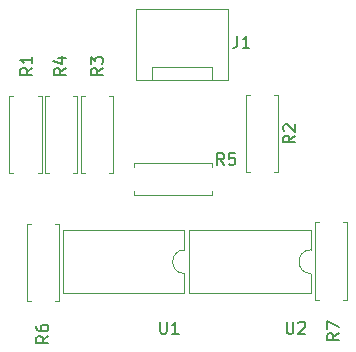
<source format=gbr>
G04 #@! TF.GenerationSoftware,KiCad,Pcbnew,5.1.12-84ad8e8a86~92~ubuntu20.04.1*
G04 #@! TF.CreationDate,2022-05-26T22:04:44-05:00*
G04 #@! TF.ProjectId,sensor_oxigeno,73656e73-6f72-45f6-9f78-6967656e6f2e,rev?*
G04 #@! TF.SameCoordinates,Original*
G04 #@! TF.FileFunction,Legend,Top*
G04 #@! TF.FilePolarity,Positive*
%FSLAX46Y46*%
G04 Gerber Fmt 4.6, Leading zero omitted, Abs format (unit mm)*
G04 Created by KiCad (PCBNEW 5.1.12-84ad8e8a86~92~ubuntu20.04.1) date 2022-05-26 22:04:44*
%MOMM*%
%LPD*%
G01*
G04 APERTURE LIST*
%ADD10C,0.120000*%
%ADD11C,0.150000*%
G04 APERTURE END LIST*
D10*
X123986600Y-49157400D02*
X123986600Y-47507400D01*
X113706600Y-49157400D02*
X123986600Y-49157400D01*
X113706600Y-43857400D02*
X113706600Y-49157400D01*
X123986600Y-43857400D02*
X113706600Y-43857400D01*
X123986600Y-45507400D02*
X123986600Y-43857400D01*
X123986600Y-47507400D02*
G75*
G02*
X123986600Y-45507400I0J1000000D01*
G01*
X126744600Y-43186600D02*
X127074600Y-43186600D01*
X127074600Y-43186600D02*
X127074600Y-49726600D01*
X127074600Y-49726600D02*
X126744600Y-49726600D01*
X124664600Y-43186600D02*
X124334600Y-43186600D01*
X124334600Y-43186600D02*
X124334600Y-49726600D01*
X124334600Y-49726600D02*
X124664600Y-49726600D01*
X115620800Y-30052200D02*
X115620800Y-31062200D01*
X110540800Y-30052200D02*
X115620800Y-30052200D01*
X110540800Y-31062200D02*
X110540800Y-30052200D01*
X116990800Y-31162200D02*
X109190800Y-31162200D01*
X116990800Y-25112200D02*
X116990800Y-31162200D01*
X109190800Y-25112200D02*
X116990800Y-25112200D01*
X109190800Y-31162200D02*
X109190800Y-25112200D01*
X98452000Y-39007800D02*
X98782000Y-39007800D01*
X98452000Y-32467800D02*
X98452000Y-39007800D01*
X98782000Y-32467800D02*
X98452000Y-32467800D01*
X101192000Y-39007800D02*
X100862000Y-39007800D01*
X101192000Y-32467800D02*
X101192000Y-39007800D01*
X100862000Y-32467800D02*
X101192000Y-32467800D01*
X120877200Y-32391600D02*
X121207200Y-32391600D01*
X121207200Y-32391600D02*
X121207200Y-38931600D01*
X121207200Y-38931600D02*
X120877200Y-38931600D01*
X118797200Y-32391600D02*
X118467200Y-32391600D01*
X118467200Y-32391600D02*
X118467200Y-38931600D01*
X118467200Y-38931600D02*
X118797200Y-38931600D01*
X107237200Y-32467800D02*
X106907200Y-32467800D01*
X107237200Y-39007800D02*
X107237200Y-32467800D01*
X106907200Y-39007800D02*
X107237200Y-39007800D01*
X104497200Y-32467800D02*
X104827200Y-32467800D01*
X104497200Y-39007800D02*
X104497200Y-32467800D01*
X104827200Y-39007800D02*
X104497200Y-39007800D01*
X104189200Y-32467800D02*
X103859200Y-32467800D01*
X104189200Y-39007800D02*
X104189200Y-32467800D01*
X103859200Y-39007800D02*
X104189200Y-39007800D01*
X101449200Y-32467800D02*
X101779200Y-32467800D01*
X101449200Y-39007800D02*
X101449200Y-32467800D01*
X101779200Y-39007800D02*
X101449200Y-39007800D01*
X115588800Y-40537000D02*
X115588800Y-40867000D01*
X115588800Y-40867000D02*
X109048800Y-40867000D01*
X109048800Y-40867000D02*
X109048800Y-40537000D01*
X115588800Y-38457000D02*
X115588800Y-38127000D01*
X115588800Y-38127000D02*
X109048800Y-38127000D01*
X109048800Y-38127000D02*
X109048800Y-38457000D01*
X102665200Y-43288200D02*
X102335200Y-43288200D01*
X102665200Y-49828200D02*
X102665200Y-43288200D01*
X102335200Y-49828200D02*
X102665200Y-49828200D01*
X99925200Y-43288200D02*
X100255200Y-43288200D01*
X99925200Y-49828200D02*
X99925200Y-43288200D01*
X100255200Y-49828200D02*
X99925200Y-49828200D01*
X113293200Y-45507400D02*
X113293200Y-43857400D01*
X113293200Y-43857400D02*
X103013200Y-43857400D01*
X103013200Y-43857400D02*
X103013200Y-49157400D01*
X103013200Y-49157400D02*
X113293200Y-49157400D01*
X113293200Y-49157400D02*
X113293200Y-47507400D01*
X113293200Y-47507400D02*
G75*
G02*
X113293200Y-45507400I0J1000000D01*
G01*
D11*
X121945495Y-51598580D02*
X121945495Y-52408104D01*
X121993114Y-52503342D01*
X122040733Y-52550961D01*
X122135971Y-52598580D01*
X122326447Y-52598580D01*
X122421685Y-52550961D01*
X122469304Y-52503342D01*
X122516923Y-52408104D01*
X122516923Y-51598580D01*
X122945495Y-51693819D02*
X122993114Y-51646200D01*
X123088352Y-51598580D01*
X123326447Y-51598580D01*
X123421685Y-51646200D01*
X123469304Y-51693819D01*
X123516923Y-51789057D01*
X123516923Y-51884295D01*
X123469304Y-52027152D01*
X122897876Y-52598580D01*
X123516923Y-52598580D01*
X126360180Y-52566866D02*
X125883990Y-52900200D01*
X126360180Y-53138295D02*
X125360180Y-53138295D01*
X125360180Y-52757342D01*
X125407800Y-52662104D01*
X125455419Y-52614485D01*
X125550657Y-52566866D01*
X125693514Y-52566866D01*
X125788752Y-52614485D01*
X125836371Y-52662104D01*
X125883990Y-52757342D01*
X125883990Y-53138295D01*
X125360180Y-52233533D02*
X125360180Y-51566866D01*
X126360180Y-51995438D01*
X117776666Y-27392380D02*
X117776666Y-28106666D01*
X117729047Y-28249523D01*
X117633809Y-28344761D01*
X117490952Y-28392380D01*
X117395714Y-28392380D01*
X118776666Y-28392380D02*
X118205238Y-28392380D01*
X118490952Y-28392380D02*
X118490952Y-27392380D01*
X118395714Y-27535238D01*
X118300476Y-27630476D01*
X118205238Y-27678095D01*
X100401380Y-30087866D02*
X99925190Y-30421200D01*
X100401380Y-30659295D02*
X99401380Y-30659295D01*
X99401380Y-30278342D01*
X99449000Y-30183104D01*
X99496619Y-30135485D01*
X99591857Y-30087866D01*
X99734714Y-30087866D01*
X99829952Y-30135485D01*
X99877571Y-30183104D01*
X99925190Y-30278342D01*
X99925190Y-30659295D01*
X100401380Y-29135485D02*
X100401380Y-29706914D01*
X100401380Y-29421200D02*
X99401380Y-29421200D01*
X99544238Y-29516438D01*
X99639476Y-29611676D01*
X99687095Y-29706914D01*
X122659580Y-35828266D02*
X122183390Y-36161600D01*
X122659580Y-36399695D02*
X121659580Y-36399695D01*
X121659580Y-36018742D01*
X121707200Y-35923504D01*
X121754819Y-35875885D01*
X121850057Y-35828266D01*
X121992914Y-35828266D01*
X122088152Y-35875885D01*
X122135771Y-35923504D01*
X122183390Y-36018742D01*
X122183390Y-36399695D01*
X121754819Y-35447314D02*
X121707200Y-35399695D01*
X121659580Y-35304457D01*
X121659580Y-35066361D01*
X121707200Y-34971123D01*
X121754819Y-34923504D01*
X121850057Y-34875885D01*
X121945295Y-34875885D01*
X122088152Y-34923504D01*
X122659580Y-35494933D01*
X122659580Y-34875885D01*
X106370380Y-30113266D02*
X105894190Y-30446600D01*
X106370380Y-30684695D02*
X105370380Y-30684695D01*
X105370380Y-30303742D01*
X105418000Y-30208504D01*
X105465619Y-30160885D01*
X105560857Y-30113266D01*
X105703714Y-30113266D01*
X105798952Y-30160885D01*
X105846571Y-30208504D01*
X105894190Y-30303742D01*
X105894190Y-30684695D01*
X105370380Y-29779933D02*
X105370380Y-29160885D01*
X105751333Y-29494219D01*
X105751333Y-29351361D01*
X105798952Y-29256123D01*
X105846571Y-29208504D01*
X105941809Y-29160885D01*
X106179904Y-29160885D01*
X106275142Y-29208504D01*
X106322761Y-29256123D01*
X106370380Y-29351361D01*
X106370380Y-29637076D01*
X106322761Y-29732314D01*
X106275142Y-29779933D01*
X103246180Y-30113266D02*
X102769990Y-30446600D01*
X103246180Y-30684695D02*
X102246180Y-30684695D01*
X102246180Y-30303742D01*
X102293800Y-30208504D01*
X102341419Y-30160885D01*
X102436657Y-30113266D01*
X102579514Y-30113266D01*
X102674752Y-30160885D01*
X102722371Y-30208504D01*
X102769990Y-30303742D01*
X102769990Y-30684695D01*
X102579514Y-29256123D02*
X103246180Y-29256123D01*
X102198561Y-29494219D02*
X102912847Y-29732314D01*
X102912847Y-29113266D01*
X116647933Y-38323780D02*
X116314600Y-37847590D01*
X116076504Y-38323780D02*
X116076504Y-37323780D01*
X116457457Y-37323780D01*
X116552695Y-37371400D01*
X116600314Y-37419019D01*
X116647933Y-37514257D01*
X116647933Y-37657114D01*
X116600314Y-37752352D01*
X116552695Y-37799971D01*
X116457457Y-37847590D01*
X116076504Y-37847590D01*
X117552695Y-37323780D02*
X117076504Y-37323780D01*
X117028885Y-37799971D01*
X117076504Y-37752352D01*
X117171742Y-37704733D01*
X117409838Y-37704733D01*
X117505076Y-37752352D01*
X117552695Y-37799971D01*
X117600314Y-37895209D01*
X117600314Y-38133304D01*
X117552695Y-38228542D01*
X117505076Y-38276161D01*
X117409838Y-38323780D01*
X117171742Y-38323780D01*
X117076504Y-38276161D01*
X117028885Y-38228542D01*
X101747580Y-52795466D02*
X101271390Y-53128800D01*
X101747580Y-53366895D02*
X100747580Y-53366895D01*
X100747580Y-52985942D01*
X100795200Y-52890704D01*
X100842819Y-52843085D01*
X100938057Y-52795466D01*
X101080914Y-52795466D01*
X101176152Y-52843085D01*
X101223771Y-52890704D01*
X101271390Y-52985942D01*
X101271390Y-53366895D01*
X100747580Y-51938323D02*
X100747580Y-52128800D01*
X100795200Y-52224038D01*
X100842819Y-52271657D01*
X100985676Y-52366895D01*
X101176152Y-52414514D01*
X101557104Y-52414514D01*
X101652342Y-52366895D01*
X101699961Y-52319276D01*
X101747580Y-52224038D01*
X101747580Y-52033561D01*
X101699961Y-51938323D01*
X101652342Y-51890704D01*
X101557104Y-51843085D01*
X101319009Y-51843085D01*
X101223771Y-51890704D01*
X101176152Y-51938323D01*
X101128533Y-52033561D01*
X101128533Y-52224038D01*
X101176152Y-52319276D01*
X101223771Y-52366895D01*
X101319009Y-52414514D01*
X111226695Y-51598580D02*
X111226695Y-52408104D01*
X111274314Y-52503342D01*
X111321933Y-52550961D01*
X111417171Y-52598580D01*
X111607647Y-52598580D01*
X111702885Y-52550961D01*
X111750504Y-52503342D01*
X111798123Y-52408104D01*
X111798123Y-51598580D01*
X112798123Y-52598580D02*
X112226695Y-52598580D01*
X112512409Y-52598580D02*
X112512409Y-51598580D01*
X112417171Y-51741438D01*
X112321933Y-51836676D01*
X112226695Y-51884295D01*
M02*

</source>
